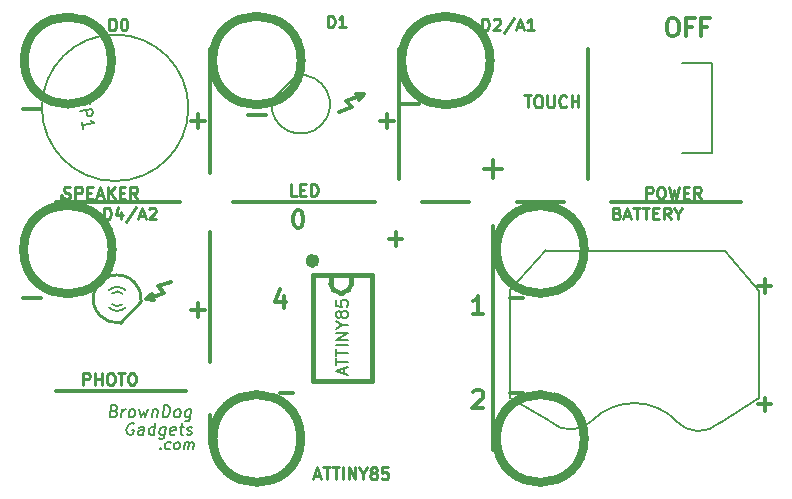
<source format=gto>
G04 #@! TF.FileFunction,Legend,Top*
%FSLAX46Y46*%
G04 Gerber Fmt 4.6, Leading zero omitted, Abs format (unit mm)*
G04 Created by KiCad (PCBNEW (2015-08-15 BZR 6092)-product) date 2/28/2016 10:29:08 PM*
%MOMM*%
G01*
G04 APERTURE LIST*
%ADD10C,0.100000*%
%ADD11C,0.300000*%
%ADD12C,0.800000*%
%ADD13C,0.150000*%
%ADD14C,0.250000*%
%ADD15C,0.200000*%
%ADD16C,0.600000*%
%ADD17C,0.254000*%
%ADD18C,0.152400*%
%ADD19C,0.400000*%
G04 APERTURE END LIST*
D10*
D11*
X157000000Y-23000000D02*
X157000000Y-34000000D01*
X159000000Y-36000000D02*
X170000000Y-36000000D01*
X112500000Y-36000000D02*
X112000000Y-36000000D01*
X112500000Y-52000000D02*
X112000000Y-52000000D01*
X122500000Y-52000000D02*
X123000000Y-52000000D01*
X125000000Y-39000000D02*
X125000000Y-38500000D01*
X149000000Y-38000000D02*
X149000000Y-57000000D01*
X151000000Y-36000000D02*
X155000000Y-36000000D01*
X143000000Y-36000000D02*
X147000000Y-36000000D01*
X139000000Y-36000000D02*
X127000000Y-36000000D01*
X141000000Y-23000000D02*
X141000000Y-34000000D01*
X125000000Y-33500000D02*
X125000000Y-23000000D01*
X122000000Y-36000000D02*
X122500000Y-36000000D01*
X125000000Y-56500000D02*
X125000000Y-54000000D01*
X112500000Y-36000000D02*
X112500000Y-35500000D01*
X122000000Y-36000000D02*
X112500000Y-36000000D01*
X125000000Y-49500000D02*
X125000000Y-39000000D01*
X112500000Y-52000000D02*
X122500000Y-52000000D01*
D12*
X132750000Y-24000000D02*
G75*
G03X132750000Y-24000000I-3750000J0D01*
G01*
D13*
X120816964Y-56821429D02*
X120854464Y-56864286D01*
X120806250Y-56907143D01*
X120768750Y-56864286D01*
X120816964Y-56821429D01*
X120806250Y-56907143D01*
X121625892Y-56864286D02*
X121534821Y-56907143D01*
X121363392Y-56907143D01*
X121283035Y-56864286D01*
X121245535Y-56821429D01*
X121213393Y-56735714D01*
X121245536Y-56478571D01*
X121299107Y-56392857D01*
X121347321Y-56350000D01*
X121438392Y-56307143D01*
X121609821Y-56307143D01*
X121690178Y-56350000D01*
X122134821Y-56907143D02*
X122054464Y-56864286D01*
X122016964Y-56821429D01*
X121984822Y-56735714D01*
X122016965Y-56478571D01*
X122070536Y-56392857D01*
X122118750Y-56350000D01*
X122209821Y-56307143D01*
X122338393Y-56307143D01*
X122418750Y-56350000D01*
X122456250Y-56392857D01*
X122488393Y-56478571D01*
X122456250Y-56735714D01*
X122402678Y-56821429D01*
X122354464Y-56864286D01*
X122263393Y-56907143D01*
X122134821Y-56907143D01*
X122820536Y-56907143D02*
X122895536Y-56307143D01*
X122884822Y-56392857D02*
X122933036Y-56350000D01*
X123024107Y-56307143D01*
X123152679Y-56307143D01*
X123233036Y-56350000D01*
X123265179Y-56435714D01*
X123206250Y-56907143D01*
X123265179Y-56435714D02*
X123318750Y-56350000D01*
X123409821Y-56307143D01*
X123538393Y-56307143D01*
X123618750Y-56350000D01*
X123650893Y-56435714D01*
X123591964Y-56907143D01*
D14*
X112630952Y-35654762D02*
X112773809Y-35702381D01*
X113011905Y-35702381D01*
X113107143Y-35654762D01*
X113154762Y-35607143D01*
X113202381Y-35511905D01*
X113202381Y-35416667D01*
X113154762Y-35321429D01*
X113107143Y-35273810D01*
X113011905Y-35226190D01*
X112821428Y-35178571D01*
X112726190Y-35130952D01*
X112678571Y-35083333D01*
X112630952Y-34988095D01*
X112630952Y-34892857D01*
X112678571Y-34797619D01*
X112726190Y-34750000D01*
X112821428Y-34702381D01*
X113059524Y-34702381D01*
X113202381Y-34750000D01*
X113630952Y-35702381D02*
X113630952Y-34702381D01*
X114011905Y-34702381D01*
X114107143Y-34750000D01*
X114154762Y-34797619D01*
X114202381Y-34892857D01*
X114202381Y-35035714D01*
X114154762Y-35130952D01*
X114107143Y-35178571D01*
X114011905Y-35226190D01*
X113630952Y-35226190D01*
X114630952Y-35178571D02*
X114964286Y-35178571D01*
X115107143Y-35702381D02*
X114630952Y-35702381D01*
X114630952Y-34702381D01*
X115107143Y-34702381D01*
X115488095Y-35416667D02*
X115964286Y-35416667D01*
X115392857Y-35702381D02*
X115726190Y-34702381D01*
X116059524Y-35702381D01*
X116392857Y-35702381D02*
X116392857Y-34702381D01*
X116964286Y-35702381D02*
X116535714Y-35130952D01*
X116964286Y-34702381D02*
X116392857Y-35273810D01*
X117392857Y-35178571D02*
X117726191Y-35178571D01*
X117869048Y-35702381D02*
X117392857Y-35702381D01*
X117392857Y-34702381D01*
X117869048Y-34702381D01*
X118869048Y-35702381D02*
X118535714Y-35226190D01*
X118297619Y-35702381D02*
X118297619Y-34702381D01*
X118678572Y-34702381D01*
X118773810Y-34750000D01*
X118821429Y-34797619D01*
X118869048Y-34892857D01*
X118869048Y-35035714D01*
X118821429Y-35130952D01*
X118773810Y-35178571D01*
X118678572Y-35226190D01*
X118297619Y-35226190D01*
D11*
X123428572Y-45107143D02*
X124571429Y-45107143D01*
X124000000Y-45678571D02*
X124000000Y-44535714D01*
X109238095Y-44142857D02*
X110761905Y-44142857D01*
X123428572Y-29107143D02*
X124571429Y-29107143D01*
X124000000Y-29678571D02*
X124000000Y-28535714D01*
X109238095Y-28142857D02*
X110761905Y-28142857D01*
D14*
X133857143Y-59166667D02*
X134333334Y-59166667D01*
X133761905Y-59452381D02*
X134095238Y-58452381D01*
X134428572Y-59452381D01*
X134619048Y-58452381D02*
X135190477Y-58452381D01*
X134904762Y-59452381D02*
X134904762Y-58452381D01*
X135380953Y-58452381D02*
X135952382Y-58452381D01*
X135666667Y-59452381D02*
X135666667Y-58452381D01*
X136285715Y-59452381D02*
X136285715Y-58452381D01*
X136761905Y-59452381D02*
X136761905Y-58452381D01*
X137333334Y-59452381D01*
X137333334Y-58452381D01*
X138000000Y-58976190D02*
X138000000Y-59452381D01*
X137666667Y-58452381D02*
X138000000Y-58976190D01*
X138333334Y-58452381D01*
X138809524Y-58880952D02*
X138714286Y-58833333D01*
X138666667Y-58785714D01*
X138619048Y-58690476D01*
X138619048Y-58642857D01*
X138666667Y-58547619D01*
X138714286Y-58500000D01*
X138809524Y-58452381D01*
X139000001Y-58452381D01*
X139095239Y-58500000D01*
X139142858Y-58547619D01*
X139190477Y-58642857D01*
X139190477Y-58690476D01*
X139142858Y-58785714D01*
X139095239Y-58833333D01*
X139000001Y-58880952D01*
X138809524Y-58880952D01*
X138714286Y-58928571D01*
X138666667Y-58976190D01*
X138619048Y-59071429D01*
X138619048Y-59261905D01*
X138666667Y-59357143D01*
X138714286Y-59404762D01*
X138809524Y-59452381D01*
X139000001Y-59452381D01*
X139095239Y-59404762D01*
X139142858Y-59357143D01*
X139190477Y-59261905D01*
X139190477Y-59071429D01*
X139142858Y-58976190D01*
X139095239Y-58928571D01*
X139000001Y-58880952D01*
X140095239Y-58452381D02*
X139619048Y-58452381D01*
X139571429Y-58928571D01*
X139619048Y-58880952D01*
X139714286Y-58833333D01*
X139952382Y-58833333D01*
X140047620Y-58880952D01*
X140095239Y-58928571D01*
X140142858Y-59023810D01*
X140142858Y-59261905D01*
X140095239Y-59357143D01*
X140047620Y-59404762D01*
X139952382Y-59452381D01*
X139714286Y-59452381D01*
X139619048Y-59404762D01*
X139571429Y-59357143D01*
X159500000Y-36928571D02*
X159642857Y-36976190D01*
X159690476Y-37023810D01*
X159738095Y-37119048D01*
X159738095Y-37261905D01*
X159690476Y-37357143D01*
X159642857Y-37404762D01*
X159547619Y-37452381D01*
X159166666Y-37452381D01*
X159166666Y-36452381D01*
X159500000Y-36452381D01*
X159595238Y-36500000D01*
X159642857Y-36547619D01*
X159690476Y-36642857D01*
X159690476Y-36738095D01*
X159642857Y-36833333D01*
X159595238Y-36880952D01*
X159500000Y-36928571D01*
X159166666Y-36928571D01*
X160119047Y-37166667D02*
X160595238Y-37166667D01*
X160023809Y-37452381D02*
X160357142Y-36452381D01*
X160690476Y-37452381D01*
X160880952Y-36452381D02*
X161452381Y-36452381D01*
X161166666Y-37452381D02*
X161166666Y-36452381D01*
X161642857Y-36452381D02*
X162214286Y-36452381D01*
X161928571Y-37452381D02*
X161928571Y-36452381D01*
X162547619Y-36928571D02*
X162880953Y-36928571D01*
X163023810Y-37452381D02*
X162547619Y-37452381D01*
X162547619Y-36452381D01*
X163023810Y-36452381D01*
X164023810Y-37452381D02*
X163690476Y-36976190D01*
X163452381Y-37452381D02*
X163452381Y-36452381D01*
X163833334Y-36452381D01*
X163928572Y-36500000D01*
X163976191Y-36547619D01*
X164023810Y-36642857D01*
X164023810Y-36785714D01*
X163976191Y-36880952D01*
X163928572Y-36928571D01*
X163833334Y-36976190D01*
X163452381Y-36976190D01*
X164642857Y-36976190D02*
X164642857Y-37452381D01*
X164309524Y-36452381D02*
X164642857Y-36976190D01*
X164976191Y-36452381D01*
X116083333Y-37452381D02*
X116083333Y-36452381D01*
X116321428Y-36452381D01*
X116464286Y-36500000D01*
X116559524Y-36595238D01*
X116607143Y-36690476D01*
X116654762Y-36880952D01*
X116654762Y-37023810D01*
X116607143Y-37214286D01*
X116559524Y-37309524D01*
X116464286Y-37404762D01*
X116321428Y-37452381D01*
X116083333Y-37452381D01*
X117511905Y-36785714D02*
X117511905Y-37452381D01*
X117273809Y-36404762D02*
X117035714Y-37119048D01*
X117654762Y-37119048D01*
X118750000Y-36404762D02*
X117892857Y-37690476D01*
X119035714Y-37166667D02*
X119511905Y-37166667D01*
X118940476Y-37452381D02*
X119273809Y-36452381D01*
X119607143Y-37452381D01*
X119892857Y-36547619D02*
X119940476Y-36500000D01*
X120035714Y-36452381D01*
X120273810Y-36452381D01*
X120369048Y-36500000D01*
X120416667Y-36547619D01*
X120464286Y-36642857D01*
X120464286Y-36738095D01*
X120416667Y-36880952D01*
X119845238Y-37452381D01*
X120464286Y-37452381D01*
X116511905Y-21452381D02*
X116511905Y-20452381D01*
X116750000Y-20452381D01*
X116892858Y-20500000D01*
X116988096Y-20595238D01*
X117035715Y-20690476D01*
X117083334Y-20880952D01*
X117083334Y-21023810D01*
X117035715Y-21214286D01*
X116988096Y-21309524D01*
X116892858Y-21404762D01*
X116750000Y-21452381D01*
X116511905Y-21452381D01*
X117702381Y-20452381D02*
X117797620Y-20452381D01*
X117892858Y-20500000D01*
X117940477Y-20547619D01*
X117988096Y-20642857D01*
X118035715Y-20833333D01*
X118035715Y-21071429D01*
X117988096Y-21261905D01*
X117940477Y-21357143D01*
X117892858Y-21404762D01*
X117797620Y-21452381D01*
X117702381Y-21452381D01*
X117607143Y-21404762D01*
X117559524Y-21357143D01*
X117511905Y-21261905D01*
X117464286Y-21071429D01*
X117464286Y-20833333D01*
X117511905Y-20642857D01*
X117559524Y-20547619D01*
X117607143Y-20500000D01*
X117702381Y-20452381D01*
D15*
X118598214Y-54750000D02*
X118508928Y-54702381D01*
X118366071Y-54702381D01*
X118217261Y-54750000D01*
X118110118Y-54845238D01*
X118050595Y-54940476D01*
X117979166Y-55130952D01*
X117961309Y-55273810D01*
X117985118Y-55464286D01*
X118020833Y-55559524D01*
X118104166Y-55654762D01*
X118241071Y-55702381D01*
X118336309Y-55702381D01*
X118485119Y-55654762D01*
X118538690Y-55607143D01*
X118580357Y-55273810D01*
X118389881Y-55273810D01*
X119383928Y-55702381D02*
X119449405Y-55178571D01*
X119413690Y-55083333D01*
X119324405Y-55035714D01*
X119133928Y-55035714D01*
X119032737Y-55083333D01*
X119389881Y-55654762D02*
X119288690Y-55702381D01*
X119050594Y-55702381D01*
X118961309Y-55654762D01*
X118925595Y-55559524D01*
X118937499Y-55464286D01*
X118997023Y-55369048D01*
X119098213Y-55321429D01*
X119336309Y-55321429D01*
X119437500Y-55273810D01*
X120288690Y-55702381D02*
X120413690Y-54702381D01*
X120294643Y-55654762D02*
X120193452Y-55702381D01*
X120002975Y-55702381D01*
X119913690Y-55654762D01*
X119872023Y-55607143D01*
X119836309Y-55511905D01*
X119872023Y-55226190D01*
X119931547Y-55130952D01*
X119985118Y-55083333D01*
X120086309Y-55035714D01*
X120276786Y-55035714D01*
X120366071Y-55083333D01*
X121276786Y-55035714D02*
X121175595Y-55845238D01*
X121116071Y-55940476D01*
X121062500Y-55988095D01*
X120961309Y-56035714D01*
X120818452Y-56035714D01*
X120729166Y-55988095D01*
X121199405Y-55654762D02*
X121098214Y-55702381D01*
X120907737Y-55702381D01*
X120818452Y-55654762D01*
X120776785Y-55607143D01*
X120741071Y-55511905D01*
X120776785Y-55226190D01*
X120836309Y-55130952D01*
X120889880Y-55083333D01*
X120991071Y-55035714D01*
X121181548Y-55035714D01*
X121270833Y-55083333D01*
X122056548Y-55654762D02*
X121955357Y-55702381D01*
X121764880Y-55702381D01*
X121675595Y-55654762D01*
X121639881Y-55559524D01*
X121687500Y-55178571D01*
X121747023Y-55083333D01*
X121848214Y-55035714D01*
X122038691Y-55035714D01*
X122127976Y-55083333D01*
X122163691Y-55178571D01*
X122151786Y-55273810D01*
X121663690Y-55369048D01*
X122467262Y-55035714D02*
X122848214Y-55035714D01*
X122651785Y-54702381D02*
X122544643Y-55559524D01*
X122580357Y-55654762D01*
X122669642Y-55702381D01*
X122764880Y-55702381D01*
X123056548Y-55654762D02*
X123145833Y-55702381D01*
X123336309Y-55702381D01*
X123437501Y-55654762D01*
X123497025Y-55559524D01*
X123502977Y-55511905D01*
X123467263Y-55416667D01*
X123377976Y-55369048D01*
X123235119Y-55369048D01*
X123145833Y-55321429D01*
X123110119Y-55226190D01*
X123116072Y-55178571D01*
X123175595Y-55083333D01*
X123276786Y-55035714D01*
X123419643Y-55035714D01*
X123508929Y-55083333D01*
X116937501Y-53678571D02*
X117074405Y-53726190D01*
X117116072Y-53773810D01*
X117151786Y-53869048D01*
X117133929Y-54011905D01*
X117074405Y-54107143D01*
X117020834Y-54154762D01*
X116919643Y-54202381D01*
X116538690Y-54202381D01*
X116663690Y-53202381D01*
X116997024Y-53202381D01*
X117086310Y-53250000D01*
X117127977Y-53297619D01*
X117163691Y-53392857D01*
X117151786Y-53488095D01*
X117092262Y-53583333D01*
X117038691Y-53630952D01*
X116937501Y-53678571D01*
X116604167Y-53678571D01*
X117538690Y-54202381D02*
X117622024Y-53535714D01*
X117598214Y-53726190D02*
X117657738Y-53630952D01*
X117711309Y-53583333D01*
X117812500Y-53535714D01*
X117907739Y-53535714D01*
X118300595Y-54202381D02*
X118211310Y-54154762D01*
X118169643Y-54107143D01*
X118133929Y-54011905D01*
X118169643Y-53726190D01*
X118229167Y-53630952D01*
X118282738Y-53583333D01*
X118383929Y-53535714D01*
X118526787Y-53535714D01*
X118616072Y-53583333D01*
X118657739Y-53630952D01*
X118693453Y-53726190D01*
X118657739Y-54011905D01*
X118598215Y-54107143D01*
X118544644Y-54154762D01*
X118443453Y-54202381D01*
X118300595Y-54202381D01*
X119050596Y-53535714D02*
X119157738Y-54202381D01*
X119407739Y-53726190D01*
X119538691Y-54202381D01*
X119812501Y-53535714D01*
X120193453Y-53535714D02*
X120110119Y-54202381D01*
X120181548Y-53630952D02*
X120235119Y-53583333D01*
X120336310Y-53535714D01*
X120479168Y-53535714D01*
X120568453Y-53583333D01*
X120604168Y-53678571D01*
X120538691Y-54202381D01*
X121014881Y-54202381D02*
X121139881Y-53202381D01*
X121377976Y-53202381D01*
X121514882Y-53250000D01*
X121598215Y-53345238D01*
X121633930Y-53440476D01*
X121657739Y-53630952D01*
X121639882Y-53773810D01*
X121568453Y-53964286D01*
X121508930Y-54059524D01*
X121401787Y-54154762D01*
X121252976Y-54202381D01*
X121014881Y-54202381D01*
X122157738Y-54202381D02*
X122068453Y-54154762D01*
X122026786Y-54107143D01*
X121991072Y-54011905D01*
X122026786Y-53726190D01*
X122086310Y-53630952D01*
X122139881Y-53583333D01*
X122241072Y-53535714D01*
X122383930Y-53535714D01*
X122473215Y-53583333D01*
X122514882Y-53630952D01*
X122550596Y-53726190D01*
X122514882Y-54011905D01*
X122455358Y-54107143D01*
X122401787Y-54154762D01*
X122300596Y-54202381D01*
X122157738Y-54202381D01*
X123431549Y-53535714D02*
X123330358Y-54345238D01*
X123270834Y-54440476D01*
X123217263Y-54488095D01*
X123116072Y-54535714D01*
X122973215Y-54535714D01*
X122883929Y-54488095D01*
X123354168Y-54154762D02*
X123252977Y-54202381D01*
X123062500Y-54202381D01*
X122973215Y-54154762D01*
X122931548Y-54107143D01*
X122895834Y-54011905D01*
X122931548Y-53726190D01*
X122991072Y-53630952D01*
X123044643Y-53583333D01*
X123145834Y-53535714D01*
X123336311Y-53535714D01*
X123425596Y-53583333D01*
D11*
X147321429Y-52071429D02*
X147392858Y-52000000D01*
X147535715Y-51928571D01*
X147892858Y-51928571D01*
X148035715Y-52000000D01*
X148107144Y-52071429D01*
X148178572Y-52214286D01*
X148178572Y-52357143D01*
X148107144Y-52571429D01*
X147250001Y-53428571D01*
X148178572Y-53428571D01*
X164071429Y-20428571D02*
X164357143Y-20428571D01*
X164500001Y-20500000D01*
X164642858Y-20642857D01*
X164714286Y-20928571D01*
X164714286Y-21428571D01*
X164642858Y-21714286D01*
X164500001Y-21857143D01*
X164357143Y-21928571D01*
X164071429Y-21928571D01*
X163928572Y-21857143D01*
X163785715Y-21714286D01*
X163714286Y-21428571D01*
X163714286Y-20928571D01*
X163785715Y-20642857D01*
X163928572Y-20500000D01*
X164071429Y-20428571D01*
X165857144Y-21142857D02*
X165357144Y-21142857D01*
X165357144Y-21928571D02*
X165357144Y-20428571D01*
X166071430Y-20428571D01*
X167142858Y-21142857D02*
X166642858Y-21142857D01*
X166642858Y-21928571D02*
X166642858Y-20428571D01*
X167357144Y-20428571D01*
D14*
X161940476Y-35702381D02*
X161940476Y-34702381D01*
X162321429Y-34702381D01*
X162416667Y-34750000D01*
X162464286Y-34797619D01*
X162511905Y-34892857D01*
X162511905Y-35035714D01*
X162464286Y-35130952D01*
X162416667Y-35178571D01*
X162321429Y-35226190D01*
X161940476Y-35226190D01*
X163130952Y-34702381D02*
X163321429Y-34702381D01*
X163416667Y-34750000D01*
X163511905Y-34845238D01*
X163559524Y-35035714D01*
X163559524Y-35369048D01*
X163511905Y-35559524D01*
X163416667Y-35654762D01*
X163321429Y-35702381D01*
X163130952Y-35702381D01*
X163035714Y-35654762D01*
X162940476Y-35559524D01*
X162892857Y-35369048D01*
X162892857Y-35035714D01*
X162940476Y-34845238D01*
X163035714Y-34750000D01*
X163130952Y-34702381D01*
X163892857Y-34702381D02*
X164130952Y-35702381D01*
X164321429Y-34988095D01*
X164511905Y-35702381D01*
X164750000Y-34702381D01*
X165130952Y-35178571D02*
X165464286Y-35178571D01*
X165607143Y-35702381D02*
X165130952Y-35702381D01*
X165130952Y-34702381D01*
X165607143Y-34702381D01*
X166607143Y-35702381D02*
X166273809Y-35226190D01*
X166035714Y-35702381D02*
X166035714Y-34702381D01*
X166416667Y-34702381D01*
X166511905Y-34750000D01*
X166559524Y-34797619D01*
X166607143Y-34892857D01*
X166607143Y-35035714D01*
X166559524Y-35130952D01*
X166511905Y-35178571D01*
X166416667Y-35226190D01*
X166035714Y-35226190D01*
X114285714Y-51452381D02*
X114285714Y-50452381D01*
X114666667Y-50452381D01*
X114761905Y-50500000D01*
X114809524Y-50547619D01*
X114857143Y-50642857D01*
X114857143Y-50785714D01*
X114809524Y-50880952D01*
X114761905Y-50928571D01*
X114666667Y-50976190D01*
X114285714Y-50976190D01*
X115285714Y-51452381D02*
X115285714Y-50452381D01*
X115285714Y-50928571D02*
X115857143Y-50928571D01*
X115857143Y-51452381D02*
X115857143Y-50452381D01*
X116523809Y-50452381D02*
X116714286Y-50452381D01*
X116809524Y-50500000D01*
X116904762Y-50595238D01*
X116952381Y-50785714D01*
X116952381Y-51119048D01*
X116904762Y-51309524D01*
X116809524Y-51404762D01*
X116714286Y-51452381D01*
X116523809Y-51452381D01*
X116428571Y-51404762D01*
X116333333Y-51309524D01*
X116285714Y-51119048D01*
X116285714Y-50785714D01*
X116333333Y-50595238D01*
X116428571Y-50500000D01*
X116523809Y-50452381D01*
X117238095Y-50452381D02*
X117809524Y-50452381D01*
X117523809Y-51452381D02*
X117523809Y-50452381D01*
X118333333Y-50452381D02*
X118523810Y-50452381D01*
X118619048Y-50500000D01*
X118714286Y-50595238D01*
X118761905Y-50785714D01*
X118761905Y-51119048D01*
X118714286Y-51309524D01*
X118619048Y-51404762D01*
X118523810Y-51452381D01*
X118333333Y-51452381D01*
X118238095Y-51404762D01*
X118142857Y-51309524D01*
X118095238Y-51119048D01*
X118095238Y-50785714D01*
X118142857Y-50595238D01*
X118238095Y-50500000D01*
X118333333Y-50452381D01*
D12*
X148750000Y-24000000D02*
G75*
G03X148750000Y-24000000I-3750000J0D01*
G01*
X156716517Y-56000000D02*
G75*
G03X156716517Y-56000000I-3716517J0D01*
G01*
X132716517Y-56000000D02*
G75*
G03X132716517Y-56000000I-3716517J0D01*
G01*
X116750000Y-40000000D02*
G75*
G03X116750000Y-40000000I-3750000J0D01*
G01*
X116691206Y-24000000D02*
G75*
G03X116691206Y-24000000I-3691206J0D01*
G01*
X156716517Y-40000000D02*
G75*
G03X156716517Y-40000000I-3716517J0D01*
G01*
D11*
X139428572Y-29107143D02*
X140571429Y-29107143D01*
X140000000Y-29678571D02*
X140000000Y-28535714D01*
X141238095Y-27642857D02*
X142761905Y-27642857D01*
X128238095Y-28642857D02*
X129761905Y-28642857D01*
X148238095Y-33142857D02*
X149761905Y-33142857D01*
X149000000Y-33904762D02*
X149000000Y-32380952D01*
X150428572Y-44107143D02*
X151571429Y-44107143D01*
X150428572Y-52107143D02*
X151571429Y-52107143D01*
X171428572Y-43107143D02*
X172571429Y-43107143D01*
X172000000Y-43678571D02*
X172000000Y-42535714D01*
X171428572Y-53107143D02*
X172571429Y-53107143D01*
X172000000Y-53678571D02*
X172000000Y-52535714D01*
D14*
X135011905Y-21202381D02*
X135011905Y-20202381D01*
X135250000Y-20202381D01*
X135392858Y-20250000D01*
X135488096Y-20345238D01*
X135535715Y-20440476D01*
X135583334Y-20630952D01*
X135583334Y-20773810D01*
X135535715Y-20964286D01*
X135488096Y-21059524D01*
X135392858Y-21154762D01*
X135250000Y-21202381D01*
X135011905Y-21202381D01*
X136535715Y-21202381D02*
X135964286Y-21202381D01*
X136250000Y-21202381D02*
X136250000Y-20202381D01*
X136154762Y-20345238D01*
X136059524Y-20440476D01*
X135964286Y-20488095D01*
X148083333Y-21452381D02*
X148083333Y-20452381D01*
X148321428Y-20452381D01*
X148464286Y-20500000D01*
X148559524Y-20595238D01*
X148607143Y-20690476D01*
X148654762Y-20880952D01*
X148654762Y-21023810D01*
X148607143Y-21214286D01*
X148559524Y-21309524D01*
X148464286Y-21404762D01*
X148321428Y-21452381D01*
X148083333Y-21452381D01*
X149035714Y-20547619D02*
X149083333Y-20500000D01*
X149178571Y-20452381D01*
X149416667Y-20452381D01*
X149511905Y-20500000D01*
X149559524Y-20547619D01*
X149607143Y-20642857D01*
X149607143Y-20738095D01*
X149559524Y-20880952D01*
X148988095Y-21452381D01*
X149607143Y-21452381D01*
X150750000Y-20404762D02*
X149892857Y-21690476D01*
X151035714Y-21166667D02*
X151511905Y-21166667D01*
X150940476Y-21452381D02*
X151273809Y-20452381D01*
X151607143Y-21452381D01*
X152464286Y-21452381D02*
X151892857Y-21452381D01*
X152178571Y-21452381D02*
X152178571Y-20452381D01*
X152083333Y-20595238D01*
X151988095Y-20690476D01*
X151892857Y-20738095D01*
X132357143Y-35452381D02*
X131880952Y-35452381D01*
X131880952Y-34452381D01*
X132690476Y-34928571D02*
X133023810Y-34928571D01*
X133166667Y-35452381D02*
X132690476Y-35452381D01*
X132690476Y-34452381D01*
X133166667Y-34452381D01*
X133595238Y-35452381D02*
X133595238Y-34452381D01*
X133833333Y-34452381D01*
X133976191Y-34500000D01*
X134071429Y-34595238D01*
X134119048Y-34690476D01*
X134166667Y-34880952D01*
X134166667Y-35023810D01*
X134119048Y-35214286D01*
X134071429Y-35309524D01*
X133976191Y-35404762D01*
X133833333Y-35452381D01*
X133595238Y-35452381D01*
X151642857Y-26952381D02*
X152214286Y-26952381D01*
X151928571Y-27952381D02*
X151928571Y-26952381D01*
X152738095Y-26952381D02*
X152928572Y-26952381D01*
X153023810Y-27000000D01*
X153119048Y-27095238D01*
X153166667Y-27285714D01*
X153166667Y-27619048D01*
X153119048Y-27809524D01*
X153023810Y-27904762D01*
X152928572Y-27952381D01*
X152738095Y-27952381D01*
X152642857Y-27904762D01*
X152547619Y-27809524D01*
X152500000Y-27619048D01*
X152500000Y-27285714D01*
X152547619Y-27095238D01*
X152642857Y-27000000D01*
X152738095Y-26952381D01*
X153595238Y-26952381D02*
X153595238Y-27761905D01*
X153642857Y-27857143D01*
X153690476Y-27904762D01*
X153785714Y-27952381D01*
X153976191Y-27952381D01*
X154071429Y-27904762D01*
X154119048Y-27857143D01*
X154166667Y-27761905D01*
X154166667Y-26952381D01*
X155214286Y-27857143D02*
X155166667Y-27904762D01*
X155023810Y-27952381D01*
X154928572Y-27952381D01*
X154785714Y-27904762D01*
X154690476Y-27809524D01*
X154642857Y-27714286D01*
X154595238Y-27523810D01*
X154595238Y-27380952D01*
X154642857Y-27190476D01*
X154690476Y-27095238D01*
X154785714Y-27000000D01*
X154928572Y-26952381D01*
X155023810Y-26952381D01*
X155166667Y-27000000D01*
X155214286Y-27047619D01*
X155642857Y-27952381D02*
X155642857Y-26952381D01*
X155642857Y-27428571D02*
X156214286Y-27428571D01*
X156214286Y-27952381D02*
X156214286Y-26952381D01*
D11*
X132428572Y-36678571D02*
X132571429Y-36678571D01*
X132714286Y-36750000D01*
X132785715Y-36821429D01*
X132857144Y-36964286D01*
X132928572Y-37250000D01*
X132928572Y-37607143D01*
X132857144Y-37892857D01*
X132785715Y-38035714D01*
X132714286Y-38107143D01*
X132571429Y-38178571D01*
X132428572Y-38178571D01*
X132285715Y-38107143D01*
X132214286Y-38035714D01*
X132142858Y-37892857D01*
X132071429Y-37607143D01*
X132071429Y-37250000D01*
X132142858Y-36964286D01*
X132214286Y-36821429D01*
X132285715Y-36750000D01*
X132428572Y-36678571D01*
X130928572Y-52107143D02*
X132071429Y-52107143D01*
X148178572Y-45428571D02*
X147321429Y-45428571D01*
X147750001Y-45428571D02*
X147750001Y-43928571D01*
X147607144Y-44142857D01*
X147464286Y-44285714D01*
X147321429Y-44357143D01*
X131285715Y-43928571D02*
X131285715Y-44928571D01*
X130928572Y-43357143D02*
X130571429Y-44428571D01*
X131500001Y-44428571D01*
X140178572Y-39107143D02*
X141321429Y-39107143D01*
X140750000Y-39678571D02*
X140750000Y-38535714D01*
D16*
X134014000Y-40955000D02*
G75*
G03X134014000Y-40955000I-300000J0D01*
G01*
D11*
X137889111Y-26937552D02*
X136573541Y-27416380D01*
X136573541Y-27416380D02*
X137094863Y-27971559D01*
X137094863Y-27971559D02*
X135967232Y-28381983D01*
X138077049Y-26869148D02*
X137410628Y-26792452D01*
X137615840Y-27356268D02*
X138077049Y-26869148D01*
D17*
X117395131Y-46191182D02*
X119191182Y-44395131D01*
D18*
X117628618Y-43730592D02*
G75*
G03X116730592Y-43730592I-449013J-449013D01*
G01*
X117898025Y-43461185D02*
G75*
G03X116461185Y-43461185I-718420J-718420D01*
G01*
X116730592Y-44628618D02*
G75*
G03X117628618Y-44628618I449013J449013D01*
G01*
X116461184Y-44898026D02*
G75*
G03X117898026Y-44898026I718421J718421D01*
G01*
D17*
X119203560Y-44360238D02*
G75*
G03X118616446Y-42742764I-2023955J180633D01*
G01*
X118613960Y-42743871D02*
G75*
G03X116588704Y-42238074I-1434355J-1435734D01*
G01*
X115746416Y-45616404D02*
G75*
G03X117348434Y-46201959I1433189J1436799D01*
G01*
X115218691Y-43646837D02*
G75*
G03X115742764Y-45616446I1960914J-532768D01*
G01*
X116595688Y-42233310D02*
G75*
G03X115742764Y-42742764I583917J-1946295D01*
G01*
X115743455Y-42743596D02*
G75*
G03X115203949Y-43709040I1436150J-1436009D01*
G01*
D13*
X130237359Y-27441131D02*
G75*
G03X132367696Y-25246375I2469748J-265976D01*
G01*
X130246375Y-27367696D02*
X132367696Y-25246375D01*
D19*
X136000000Y-43650000D02*
X136250000Y-43650000D01*
X135250000Y-42900000D02*
X135250000Y-42150000D01*
X137000000Y-42900000D02*
X137000000Y-42150000D01*
X136250000Y-43650000D02*
G75*
G03X137000000Y-42900000I0J750000D01*
G01*
X135250000Y-42900000D02*
G75*
G03X136000000Y-43650000I750000J0D01*
G01*
X133750000Y-42150000D02*
X133750000Y-51150000D01*
X133750000Y-51150000D02*
X138750000Y-51150000D01*
X138750000Y-51150000D02*
X138750000Y-42150000D01*
X138750000Y-42150000D02*
X133750000Y-42150000D01*
D13*
X153824500Y-54540500D02*
X150459000Y-52572000D01*
X168175500Y-54667500D02*
X171541000Y-52572000D01*
X153799100Y-54540500D02*
G75*
G03X157482100Y-54413500I1778000J1905000D01*
G01*
X164505200Y-54540500D02*
G75*
G03X168188200Y-54667500I1905000J1778000D01*
G01*
X164556000Y-54540500D02*
G75*
G03X157444000Y-54413500I-3619500J-3492500D01*
G01*
X168620000Y-40126000D02*
X171541000Y-43491500D01*
X150459000Y-43428000D02*
X153443500Y-40062500D01*
X153380000Y-40126000D02*
X168620000Y-40126000D01*
X150459000Y-52572000D02*
X150459000Y-43428000D01*
X171541000Y-52572000D02*
X171541000Y-43428000D01*
X165000000Y-24190000D02*
X167540000Y-24190000D01*
X167540000Y-24190000D02*
X167540000Y-31810000D01*
X167540000Y-31810000D02*
X165000000Y-31810000D01*
X123200140Y-28000000D02*
G75*
G03X123200140Y-28000000I-6200140J0D01*
G01*
D11*
X119810889Y-44162448D02*
X121126459Y-43683620D01*
X121126459Y-43683620D02*
X120605137Y-43128441D01*
X120605137Y-43128441D02*
X121732768Y-42718017D01*
X119622951Y-44230852D02*
X120289372Y-44307548D01*
X120084160Y-43743732D02*
X119622951Y-44230852D01*
D13*
X136416667Y-50542857D02*
X136416667Y-50066666D01*
X136702381Y-50638095D02*
X135702381Y-50304762D01*
X136702381Y-49971428D01*
X135702381Y-49780952D02*
X135702381Y-49209523D01*
X136702381Y-49495238D02*
X135702381Y-49495238D01*
X135702381Y-49019047D02*
X135702381Y-48447618D01*
X136702381Y-48733333D02*
X135702381Y-48733333D01*
X136702381Y-48114285D02*
X135702381Y-48114285D01*
X136702381Y-47638095D02*
X135702381Y-47638095D01*
X136702381Y-47066666D01*
X135702381Y-47066666D01*
X136226190Y-46400000D02*
X136702381Y-46400000D01*
X135702381Y-46733333D02*
X136226190Y-46400000D01*
X135702381Y-46066666D01*
X136130952Y-45590476D02*
X136083333Y-45685714D01*
X136035714Y-45733333D01*
X135940476Y-45780952D01*
X135892857Y-45780952D01*
X135797619Y-45733333D01*
X135750000Y-45685714D01*
X135702381Y-45590476D01*
X135702381Y-45399999D01*
X135750000Y-45304761D01*
X135797619Y-45257142D01*
X135892857Y-45209523D01*
X135940476Y-45209523D01*
X136035714Y-45257142D01*
X136083333Y-45304761D01*
X136130952Y-45399999D01*
X136130952Y-45590476D01*
X136178571Y-45685714D01*
X136226190Y-45733333D01*
X136321429Y-45780952D01*
X136511905Y-45780952D01*
X136607143Y-45733333D01*
X136654762Y-45685714D01*
X136702381Y-45590476D01*
X136702381Y-45399999D01*
X136654762Y-45304761D01*
X136607143Y-45257142D01*
X136511905Y-45209523D01*
X136321429Y-45209523D01*
X136226190Y-45257142D01*
X136178571Y-45304761D01*
X136130952Y-45399999D01*
X135702381Y-44304761D02*
X135702381Y-44780952D01*
X136178571Y-44828571D01*
X136130952Y-44780952D01*
X136083333Y-44685714D01*
X136083333Y-44447618D01*
X136130952Y-44352380D01*
X136178571Y-44304761D01*
X136273810Y-44257142D01*
X136511905Y-44257142D01*
X136607143Y-44304761D01*
X136654762Y-44352380D01*
X136702381Y-44447618D01*
X136702381Y-44685714D01*
X136654762Y-44780952D01*
X136607143Y-44828571D01*
X113920241Y-27261672D02*
X113898152Y-27410628D01*
X113939497Y-27645107D01*
X114002930Y-27730629D01*
X114058095Y-27769256D01*
X114160155Y-27799613D01*
X114253946Y-27783075D01*
X114339468Y-27719642D01*
X114378095Y-27664477D01*
X114408454Y-27562417D01*
X114422273Y-27366565D01*
X114452631Y-27264505D01*
X114491257Y-27209340D01*
X114576780Y-27145907D01*
X114670571Y-27129369D01*
X114772631Y-27159727D01*
X114827795Y-27198353D01*
X114891229Y-27283875D01*
X114932574Y-27518354D01*
X114910485Y-27667310D01*
X114046993Y-28254749D02*
X115031801Y-28081101D01*
X115097953Y-28456266D01*
X115067595Y-28558326D01*
X115028969Y-28613491D01*
X114943446Y-28676924D01*
X114802760Y-28701731D01*
X114700700Y-28671374D01*
X114645535Y-28632747D01*
X114582102Y-28547225D01*
X114515950Y-28172059D01*
X114311600Y-29755409D02*
X114212373Y-29192661D01*
X114261986Y-29474035D02*
X115246794Y-29300386D01*
X115089569Y-29231402D01*
X114979240Y-29154149D01*
X114915807Y-29068627D01*
M02*

</source>
